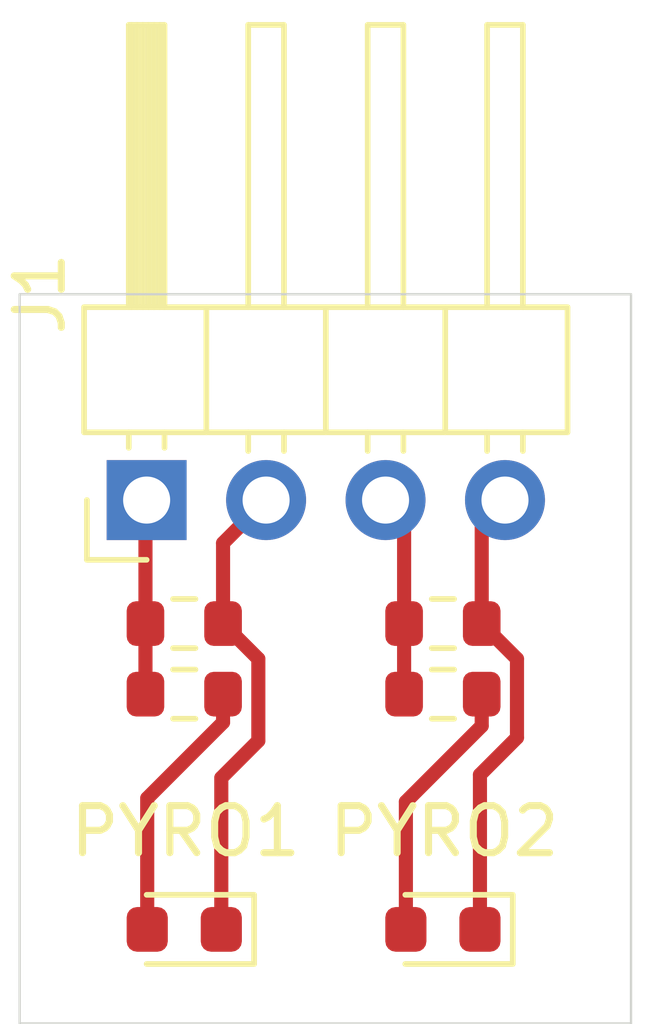
<source format=kicad_pcb>
(kicad_pcb (version 20240108) (generator "pcbnew") (generator_version "8.0")
  (layers (0 "F.Cu" signal) (31 "B.Cu" signal) (34 "B.Paste" user) (35 "F.Paste" user) (36 "B.SilkS" user "B.Silkscreen") (37 "F.SilkS" user "F.Silkscreen") (38 "B.Mask" user) (39 "F.Mask" user) (44 "Edge.Cuts" user))
  (net 0 "")
  (net 1 "Net-(D1-K)")
  (net 2 "Net-(D1-A)")
  (net 3 "Net-(D2-A)")
  (net 4 "Net-(D2-K)")
  (net 5 "Net-(J1-Pin_3)")
  (net 6 "Net-(J1-Pin_1)")
  (footprint "Resistor_SMD:R_0603_1608Metric" (layer "F.Cu") (at 131 87.5 180)
    (property "Reference" "R4" (hide yes))
    (property "Value" "470R")
    (fp_line (start -0.237258 0.5225) (end 0.237258 0.5225) (stroke (width 0.12)) (layer "F.SilkS"))
    (fp_line (start -0.237258 -0.5225) (end 0.237258 -0.5225) (stroke (width 0.12)) (layer "F.SilkS"))
    (pad "1" smd roundrect (at -0.825 0 180) (size 0.8 0.95) (layers "F.Cu" "F.Paste" "F.Mask") (net 3 "Net-(D2-A)"))
    (pad "2" smd roundrect (at 0.825 0 180) (size 0.8 0.95) (layers "F.Cu" "F.Paste" "F.Mask") (net 5 "Net-(J1-Pin_3)"))
  )
  (footprint "Connector_PinHeader_2.54mm:PinHeader_1x04_P2.54mm_Horizontal" (layer "F.Cu") (at 124.7 83.375 90)
    (property "Reference" "J1" (at 4.385 -2.27 90) (layer "F.SilkS"))
    (property "Value" "Conn_01x04_Pin")
    (fp_line (start 4.1 -1.33) (end 1.44 -1.33) (stroke (width 0.12)) (layer "F.SilkS"))
    (fp_line (start 1.44 -1.33) (end 1.44 8.95) (stroke (width 0.12)) (layer "F.SilkS"))
    (fp_line (start -1.27 -1.27) (end 0 -1.27) (stroke (width 0.12)) (layer "F.SilkS"))
    (fp_line (start 10.1 -0.38) (end 10.1 0.38) (stroke (width 0.12)) (layer "F.SilkS"))
    (fp_line (start 4.1 -0.38) (end 10.1 -0.38) (stroke (width 0.12)) (layer "F.SilkS"))
    (fp_line (start 1.11 -0.38) (end 1.44 -0.38) (stroke (width 0.12)) (layer "F.SilkS"))
    (fp_line (start 4.1 -0.32) (end 10.1 -0.32) (stroke (width 0.12)) (layer "F.SilkS"))
    (fp_line (start 4.1 -0.2) (end 10.1 -0.2) (stroke (width 0.12)) (layer "F.SilkS"))
    (fp_line (start 4.1 -0.08) (end 10.1 -0.08) (stroke (width 0.12)) (layer "F.SilkS"))
    (fp_line (start -1.27 0) (end -1.27 -1.27) (stroke (width 0.12)) (layer "F.SilkS"))
    (fp_line (start 4.1 0.04) (end 10.1 0.04) (stroke (width 0.12)) (layer "F.SilkS"))
    (fp_line (start 4.1 0.16) (end 10.1 0.16) (stroke (width 0.12)) (layer "F.SilkS"))
    (fp_line (start 4.1 0.28) (end 10.1 0.28) (stroke (width 0.12)) (layer "F.SilkS"))
    (fp_line (start 10.1 0.38) (end 4.1 0.38) (stroke (width 0.12)) (layer "F.SilkS"))
    (fp_line (start 1.11 0.38) (end 1.44 0.38) (stroke (width 0.12)) (layer "F.SilkS"))
    (fp_line (start 1.44 1.27) (end 4.1 1.27) (stroke (width 0.12)) (layer "F.SilkS"))
    (fp_line (start 10.1 2.16) (end 10.1 2.92) (stroke (width 0.12)) (layer "F.SilkS"))
    (fp_line (start 4.1 2.16) (end 10.1 2.16) (stroke (width 0.12)) (layer "F.SilkS"))
    (fp_line (start 1.042929 2.16) (end 1.44 2.16) (stroke (width 0.12)) (layer "F.SilkS"))
    (fp_line (start 10.1 2.92) (end 4.1 2.92) (stroke (width 0.12)) (layer "F.SilkS"))
    (fp_line (start 1.042929 2.92) (end 1.44 2.92) (stroke (width 0.12)) (layer "F.SilkS"))
    (fp_line (start 1.44 3.81) (end 4.1 3.81) (stroke (width 0.12)) (layer "F.SilkS"))
    (fp_line (start 10.1 4.7) (end 10.1 5.46) (stroke (width 0.12)) (layer "F.SilkS"))
    (fp_line (start 4.1 4.7) (end 10.1 4.7) (stroke (width 0.12)) (layer "F.SilkS"))
    (fp_line (start 1.042929 4.7) (end 1.44 4.7) (stroke (width 0.12)) (layer "F.SilkS"))
    (fp_line (start 10.1 5.46) (end 4.1 5.46) (stroke (width 0.12)) (layer "F.SilkS"))
    (fp_line (start 1.042929 5.46) (end 1.44 5.46) (stroke (width 0.12)) (layer "F.SilkS"))
    (fp_line (start 1.44 6.35) (end 4.1 6.35) (stroke (width 0.12)) (layer "F.SilkS"))
    (fp_line (start 10.1 7.24) (end 10.1 8) (stroke (width 0.12)) (layer "F.SilkS"))
    (fp_line (start 4.1 7.24) (end 10.1 7.24) (stroke (width 0.12)) (layer "F.SilkS"))
    (fp_line (start 1.042929 7.24) (end 1.44 7.24) (stroke (width 0.12)) (layer "F.SilkS"))
    (fp_line (start 10.1 8) (end 4.1 8) (stroke (width 0.12)) (layer "F.SilkS"))
    (fp_line (start 1.042929 8) (end 1.44 8) (stroke (width 0.12)) (layer "F.SilkS"))
    (fp_line (start 4.1 8.95) (end 4.1 -1.33) (stroke (width 0.12)) (layer "F.SilkS"))
    (fp_line (start 1.44 8.95) (end 4.1 8.95) (stroke (width 0.12)) (layer "F.SilkS"))
    (pad "1" thru_hole rect (at 0 0 90) (size 1.7 1.7) (drill 1) (layers "*.Cu" "*.Mask") (net 6 "Net-(J1-Pin_1)"))
    (pad "2" thru_hole oval (at 0 2.54 90) (size 1.7 1.7) (drill 1) (layers "*.Cu" "*.Mask") (net 1 "Net-(D1-K)"))
    (pad "3" thru_hole oval (at 0 5.08 90) (size 1.7 1.7) (drill 1) (layers "*.Cu" "*.Mask") (net 5 "Net-(J1-Pin_3)"))
    (pad "4" thru_hole oval (at 0 7.62 90) (size 1.7 1.7) (drill 1) (layers "*.Cu" "*.Mask") (net 4 "Net-(D2-K)"))
  )
  (footprint "Resistor_SMD:R_0603_1608Metric" (layer "F.Cu") (at 125.5 87.5 180)
    (property "Reference" "R3" (hide yes))
    (property "Value" "470R")
    (fp_line (start -0.237258 0.5225) (end 0.237258 0.5225) (stroke (width 0.12)) (layer "F.SilkS"))
    (fp_line (start -0.237258 -0.5225) (end 0.237258 -0.5225) (stroke (width 0.12)) (layer "F.SilkS"))
    (pad "1" smd roundrect (at -0.825 0 180) (size 0.8 0.95) (layers "F.Cu" "F.Paste" "F.Mask") (net 2 "Net-(D1-A)"))
    (pad "2" smd roundrect (at 0.825 0 180) (size 0.8 0.95) (layers "F.Cu" "F.Paste" "F.Mask") (net 6 "Net-(J1-Pin_1)"))
  )
  (footprint "LED_SMD:LED_0603_1608Metric" (layer "F.Cu") (at 125.5 92.5 180)
    (property "Reference" "D1" (hide yes))
    (property "Value" "LED")
    (fp_line (start 0.8 -0.735) (end -1.485 -0.735) (stroke (width 0.12)) (layer "F.SilkS"))
    (fp_line (start -1.485 0.735) (end 0.8 0.735) (stroke (width 0.12)) (layer "F.SilkS"))
    (fp_line (start -1.485 -0.735) (end -1.485 0.735) (stroke (width 0.12)) (layer "F.SilkS"))
    (pad "1" smd roundrect (at -0.7875 0 180) (size 0.875 0.95) (layers "F.Cu" "F.Paste" "F.Mask") (net 1 "Net-(D1-K)"))
    (pad "2" smd roundrect (at 0.7875 0 180) (size 0.875 0.95) (layers "F.Cu" "F.Paste" "F.Mask") (net 2 "Net-(D1-A)"))
  )
  (footprint "Resistor_SMD:R_0603_1608Metric" (layer "F.Cu") (at 131 86)
    (property "Reference" "R2" (hide yes))
    (property "Value" "470R")
    (fp_line (start -0.237258 -0.5225) (end 0.237258 -0.5225) (stroke (width 0.12)) (layer "F.SilkS"))
    (fp_line (start -0.237258 0.5225) (end 0.237258 0.5225) (stroke (width 0.12)) (layer "F.SilkS"))
    (pad "1" smd roundrect (at -0.825 0) (size 0.8 0.95) (layers "F.Cu" "F.Paste" "F.Mask") (net 5 "Net-(J1-Pin_3)"))
    (pad "2" smd roundrect (at 0.825 0) (size 0.8 0.95) (layers "F.Cu" "F.Paste" "F.Mask") (net 4 "Net-(D2-K)"))
  )
  (footprint "Resistor_SMD:R_0603_1608Metric" (layer "F.Cu") (at 125.5 86)
    (property "Reference" "R1" (hide yes))
    (property "Value" "470R")
    (fp_line (start -0.237258 -0.5225) (end 0.237258 -0.5225) (stroke (width 0.12)) (layer "F.SilkS"))
    (fp_line (start -0.237258 0.5225) (end 0.237258 0.5225) (stroke (width 0.12)) (layer "F.SilkS"))
    (pad "1" smd roundrect (at -0.825 0) (size 0.8 0.95) (layers "F.Cu" "F.Paste" "F.Mask") (net 6 "Net-(J1-Pin_1)"))
    (pad "2" smd roundrect (at 0.825 0) (size 0.8 0.95) (layers "F.Cu" "F.Paste" "F.Mask") (net 1 "Net-(D1-K)"))
  )
  (footprint "LED_SMD:LED_0603_1608Metric" (layer "F.Cu") (at 131 92.5 180)
    (property "Reference" "D2" (hide yes))
    (property "Value" "LED")
    (fp_line (start 0.8 -0.735) (end -1.485 -0.735) (stroke (width 0.12)) (layer "F.SilkS"))
    (fp_line (start -1.485 0.735) (end 0.8 0.735) (stroke (width 0.12)) (layer "F.SilkS"))
    (fp_line (start -1.485 -0.735) (end -1.485 0.735) (stroke (width 0.12)) (layer "F.SilkS"))
    (pad "1" smd roundrect (at -0.7875 0 180) (size 0.875 0.95) (layers "F.Cu" "F.Paste" "F.Mask") (net 4 "Net-(D2-K)"))
    (pad "2" smd roundrect (at 0.7875 0 180) (size 0.875 0.95) (layers "F.Cu" "F.Paste" "F.Mask") (net 3 "Net-(D2-A)"))
  )
  (gr_rect (start 122 79) (end 135 94.5) (stroke (width 0.05)) (fill none) (layer "Edge.Cuts"))
  (gr_text "PYRO2" (at 128.5 91 0) (layer "F.SilkS") (effects (font (size 1 1)) (justify left bottom)))
  (gr_text "PYRO1" (at 123 91 0) (layer "F.SilkS") (effects (font (size 1 1)) (justify left bottom)))
  (segment (start 126.2875 89.278553) (end 127.075 88.491053) (width 0.3) (layer "F.Cu") (net 1))
  (segment (start 127.075 86.75) (end 126.325 86) (width 0.3) (layer "F.Cu") (net 1))
  (segment (start 126.325 86) (end 126.325 84.29) (width 0.3) (layer "F.Cu") (net 1))
  (segment (start 126.2875 92.5) (end 126.2875 89.278553) (width 0.3) (layer "F.Cu") (net 1))
  (segment (start 126.325 84.29) (end 127.24 83.375) (width 0.3) (layer "F.Cu") (net 1))
  (segment (start 127.075 88.491053) (end 127.075 86.75) (width 0.3) (layer "F.Cu") (net 1))
  (segment (start 126.325 87.5) (end 126.325 88.1) (width 0.3) (layer "F.Cu") (net 2))
  (segment (start 124.7125 89.7125) (end 124.7125 92.5) (width 0.3) (layer "F.Cu") (net 2))
  (segment (start 126.325 88.1) (end 124.7125 89.7125) (width 0.3) (layer "F.Cu") (net 2))
  (segment (start 130.2125 89.7875) (end 131.825 88.175) (width 0.3) (layer "F.Cu") (net 3))
  (segment (start 131.825 88.175) (end 131.825 87.5) (width 0.3) (layer "F.Cu") (net 3))
  (segment (start 130.2125 92.5) (end 130.2125 89.7875) (width 0.3) (layer "F.Cu") (net 3))
  (segment (start 131.7875 89.2125) (end 132.575 88.425) (width 0.3) (layer "F.Cu") (net 4))
  (segment (start 131.7875 92.5) (end 131.7875 89.2125) (width 0.3) (layer "F.Cu") (net 4))
  (segment (start 131.825 83.87) (end 132.32 83.375) (width 0.3) (layer "F.Cu") (net 4))
  (segment (start 132.575 86.75) (end 131.825 86) (width 0.3) (layer "F.Cu") (net 4))
  (segment (start 132.575 88.425) (end 132.575 86.75) (width 0.3) (layer "F.Cu") (net 4))
  (segment (start 131.825 86) (end 131.825 83.87) (width 0.3) (layer "F.Cu") (net 4))
  (segment (start 130.175 86) (end 130.175 83.77) (width 0.3) (layer "F.Cu") (net 5))
  (segment (start 130.175 87.5) (end 130.175 86) (width 0.3) (layer "F.Cu") (net 5))
  (segment (start 130.175 83.77) (end 129.78 83.375) (width 0.3) (layer "F.Cu") (net 5))
  (segment (start 124.675 86) (end 124.675 83.4) (width 0.3) (layer "F.Cu") (net 6))
  (segment (start 124.675 83.4) (end 124.7 83.375) (width 0.3) (layer "F.Cu") (net 6))
  (segment (start 124.675 87.5) (end 124.675 86) (width 0.3) (layer "F.Cu") (net 6))
)
</source>
